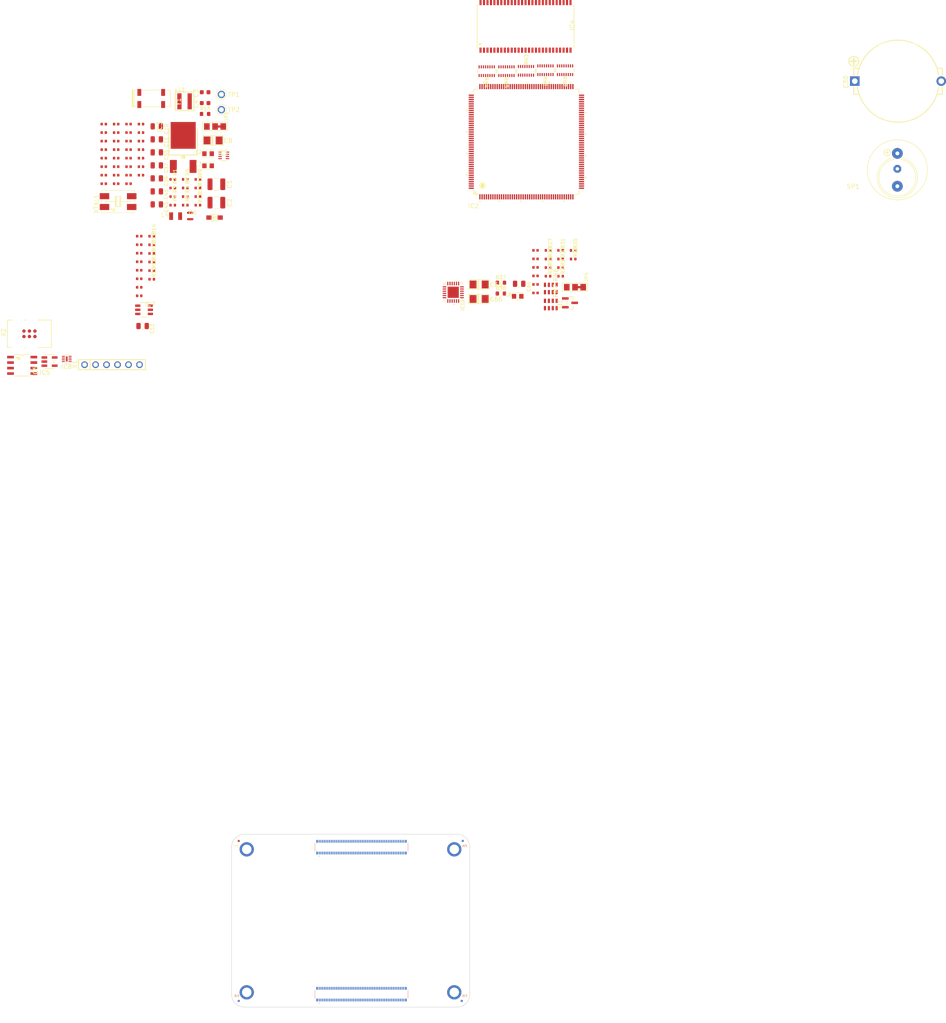
<source format=kicad_pcb>
(kicad_pcb (version 20221018) (generator pcbnew)
  (title_block (title "Envox master MCU module") (date "2023-11-06") (rev "r2B6") (company "Envox International, Inc."))
  (layers (0 "F.Cu" signal) (1 "In1.Cu" power "GND1.Cu") (2 "In2.Cu" signal "In2signal.Cu") (3 "In3.Cu" power "POWER.Cu") (4 "In4.Cu" power "GND2.Cu") (31 "B.Cu" signal) (34 "B.Paste" user) (35 "F.Paste" user) (36 "B.SilkS" user "B.Silkscreen") (37 "F.SilkS" user "F.Silkscreen") (38 "B.Mask" user) (39 "F.Mask" user) (44 "Edge.Cuts" user))
  (net 0 "")
  (net 1 "/STM32H7 MCU/VBAT")
  (net 2 "/STM32H7 MCU/RCC_OSC32_IN")
  (net 3 "/STM32H7 MCU/RCC_OSC32_OUT")
  (net 4 "Net-(IC1-BST)")
  (net 5 "/STM32H7 MCU/SW_OUT")
  (net 6 "Net-(IC1-FB)")
  (net 7 "/STM32H7 MCU/RCC_OSC_IN")
  (net 8 "/STM32H7 MCU/RCC_OSC_OUT")
  (net 9 "/STM32H7 MCU/VDDA")
  (net 10 "/STM32H7 MCU/VREF+")
  (net 11 "/STM32H7 MCU/VDDSMPS")
  (net 12 "/STM32H7 MCU/VDD_SDC")
  (net 13 "/STM32H7 MCU/VLXSMPS")
  (net 14 "Net-(C30-Pad+)")
  (net 15 "Net-(IC12-VDDCR)")
  (net 16 "/SDRAM, JTAG, SD card, EEPROM/DAT0")
  (net 17 "Net-(C64-Pad2)")
  (net 18 "/Ethernet PHY, Audio, DACs/+3V3_LAN")
  (net 19 "/SDRAM, JTAG, SD card, EEPROM/CLK")
  (net 20 "/SDRAM, JTAG, SD card, EEPROM/CMD")
  (net 21 "/Ethernet PHY, Audio, DACs/9")
  (net 23 "Net-(IC12-RBIAS)")
  (net 24 "/Ethernet PHY, Audio, DACs/12")
  (net 25 "/Ethernet PHY, Audio, DACs/2")
  (net 26 "/Ethernet PHY, Audio, DACs/1")
  (net 27 "/Ethernet PHY, Audio, DACs/8")
  (net 28 "/STM32H7 MCU/PDR_ON")
  (net 29 "/STM32H7 MCU/BOOT0")
  (net 30 "Net-(IC1-RT)")
  (net 32 "Net-(IC1-PG)")
  (net 35 "/SDRAM, JTAG, SD card, EEPROM/A10_IN")
  (net 36 "/SDRAM, JTAG, SD card, EEPROM/A0_IN")
  (net 37 "/SDRAM, JTAG, SD card, EEPROM/A1_IN")
  (net 38 "/SDRAM, JTAG, SD card, EEPROM/A2_IN")
  (net 39 "/SDRAM, JTAG, SD card, EEPROM/A3_IN")
  (net 40 "/SDRAM, JTAG, SD card, EEPROM/A4_IN")
  (net 41 "/SDRAM, JTAG, SD card, EEPROM/A5_IN")
  (net 42 "/SDRAM, JTAG, SD card, EEPROM/A6_IN")
  (net 43 "/SDRAM, JTAG, SD card, EEPROM/A7_IN")
  (net 44 "/SDRAM, JTAG, SD card, EEPROM/A8_IN")
  (net 45 "/SDRAM, JTAG, SD card, EEPROM/A9_IN")
  (net 46 "/SDRAM, JTAG, SD card, EEPROM/A11_IN")
  (net 47 "/SDRAM, JTAG, SD card, EEPROM/CAS_IN")
  (net 48 "/SDRAM, JTAG, SD card, EEPROM/RAS_IN")
  (net 50 "GND")
  (net 51 "~{RESET}")
  (net 52 "+5V")
  (net 53 "FMC_SDNRAS")
  (net 54 "FMC_SDNWE")
  (net 55 "ETH_MDIO")
  (net 56 "AUDIO_OUT")
  (net 57 "LTDC_R4")
  (net 58 "LTDC_G2")
  (net 59 "ETH_CRS_DV")
  (net 60 "USB_OTG_HS_D_N")
  (net 61 "USB_OTG_HS_D_P")
  (net 62 "SYS_JTMS-SWDIO")
  (net 63 "SYS_JTCK-SWCLK")
  (net 64 "LTDC_R3")
  (net 65 "LTDC_R6")
  (net 66 "SYS_JTDO-SWO")
  (net 67 "SYS_SCL")
  (net 68 "SYS_SDA")
  (net 69 "ETH_TX_EN")
  (net 70 "ETH_TXD1")
  (net 71 "LTDC_R5")
  (net 72 "ETH_MDC")
  (net 73 "ETH_RXD0")
  (net 74 "ETH_RXD1")
  (net 75 "SDMMC1_D0")
  (net 76 "RCC_MCO_2")
  (net 77 "SDMMC1_CK")
  (net 78 "RS485_TX")
  (net 79 "SDMMC1_CMD")
  (net 80 "FMC_NBL0")
  (net 81 "Net-(IC5-~{RST})")
  (net 82 "FMC_NBL1")
  (net 83 "FMC_A0")
  (net 84 "SD_DETECT")
  (net 85 "LTDC_DE")
  (net 86 "FMC_BA0")
  (net 87 "FMC_BA1")
  (net 88 "LTDC_CLK")
  (net 89 "FMC_SDCLK")
  (net 90 "FMC_SDNCAS")
  (net 91 "/SDRAM, JTAG, SD card, EEPROM/TMS")
  (net 92 "/SDRAM, JTAG, SD card, EEPROM/SWD_NRST")
  (net 93 "FMC_SDCKE0")
  (net 94 "FMC_SDNE0")
  (net 95 "LTDC_G4")
  (net 96 "RS485_RX")
  (net 97 "LTDC_VSYNC")
  (net 98 "LTDC_HSYNC")
  (net 99 "LTDC_G6")
  (net 100 "/SDRAM, JTAG, SD card, EEPROM/TCK")
  (net 101 "/Ethernet PHY, Audio, DACs/7")
  (net 102 "/Ethernet PHY, Audio, DACs/11")
  (net 103 "FMC_A1")
  (net 104 "FMC_A2")
  (net 105 "FMC_A3")
  (net 106 "FMC_A4")
  (net 107 "FMC_A5")
  (net 108 "FMC_A6")
  (net 109 "FMC_A7")
  (net 110 "FMC_A8")
  (net 111 "FMC_A9")
  (net 112 "FMC_A10")
  (net 113 "FMC_A11")
  (net 114 "FMC_D4")
  (net 115 "FMC_D5")
  (net 116 "FMC_D6")
  (net 117 "FMC_D7")
  (net 118 "FMC_D8")
  (net 119 "FMC_D9")
  (net 120 "FMC_D10")
  (net 121 "FMC_D11")
  (net 122 "FMC_D12")
  (net 123 "FMC_D13")
  (net 124 "FMC_D14")
  (net 125 "FMC_D15")
  (net 126 "FMC_D0")
  (net 127 "FMC_D1")
  (net 128 "LTDC_R7")
  (net 129 "LTDC_G5")
  (net 130 "FMC_D2")
  (net 131 "FMC_D3")
  (net 132 "LTDC_G7")
  (net 133 "LTDC_G3")
  (net 134 "LTDC_B3")
  (net 135 "LTDC_B4")
  (net 136 "LTDC_B5")
  (net 137 "LTDC_B6")
  (net 138 "LTDC_B7")
  (net 139 "IRQ_TOUCH")
  (net 140 "/Ethernet PHY, Audio, DACs/ETH_CLK_IN")
  (net 141 "/Ethernet PHY, Audio, DACs/RXD1_IN")
  (net 142 "/Ethernet PHY, Audio, DACs/RXD0_IN")
  (net 143 "/Ethernet PHY, Audio, DACs/CRS_IN")
  (net 144 "Net-(Q1-D)")
  (net 145 "Net-(Q1-G)")
  (net 147 "ETH_REF_CLK")
  (net 148 "WDG")
  (net 149 "RAY_TMP")
  (net 150 "TFT_BRIGHTNESS")
  (net 151 "~{MTR_EN}")
  (net 152 "RS485_TX_EN")
  (net 153 "ETH_TXD0")
  (net 154 "ETH_RX_ERR")
  (net 155 "~{IOEXP_RESET}")
  (net 156 "IOEXP_SPI_CLK")
  (net 157 "IOEXP_SPI_MISO")
  (net 158 "IOEXP_SPI_MOSI")
  (net 159 "IOEXP_GPIO2")
  (net 160 "IOEXP_GPIO1")
  (net 161 "IOEXP_GPIO3")
  (net 162 "SLAVE1_RX")
  (net 163 "IOEXP_I2C1_SCL")
  (net 164 "IOEXP_I2C1_SDA")
  (net 165 "SLAVE4_TX")
  (net 166 "SLAVE4_RX")
  (net 167 "SLAVE2_RX")
  (net 168 "SLAVE3_TX")
  (net 169 "SLAVE3_RX")
  (net 170 "~{MTR_BRK}")
  (net 171 "SLAVE1_TX")
  (net 172 "PANIC_SW")
  (net 173 "SLAVE2_TX")
  (net 174 "SLAVE4_RX_OE")
  (net 175 "SLAVE3_RX_OE")
  (net 176 "SLAVE2_RX_OE")
  (net 177 "SLAVE1_RX_OE")
  (net 178 "TEST_24V_AIN")
  (net 179 "+24V")
  (net 180 "TOP_FAN_PWM")
  (net 181 "BTM_FAN_PWM")
  (net 182 "IOEXP_GPIO0")
  (net 183 "IRQ_IOEXP8")
  (net 184 "IOEXP_I2C2_SCL")
  (net 185 "IOEXP_I2C2_SDA")
  (net 186 "+VDD_MCU")
  (net 187 "/STM32H7 MCU/VSSA")
  (net 188 "/SDRAM, JTAG, SD card, EEPROM/CLK_IN")
  (net 189 "/SDRAM, JTAG, SD card, EEPROM/LDQM_IN")
  (net 190 "/SDRAM, JTAG, SD card, EEPROM/UDQM_IN")
  (net 191 "/SDRAM, JTAG, SD card, EEPROM/DQ0_IN")
  (net 192 "/SDRAM, JTAG, SD card, EEPROM/DQ1_IN")
  (net 193 "/SDRAM, JTAG, SD card, EEPROM/DQ2_IN")
  (net 194 "/SDRAM, JTAG, SD card, EEPROM/DQ3_IN")
  (net 195 "/SDRAM, JTAG, SD card, EEPROM/DQ4_IN")
  (net 196 "/SDRAM, JTAG, SD card, EEPROM/DQ5_IN")
  (net 197 "/SDRAM, JTAG, SD card, EEPROM/DQ6_IN")
  (net 198 "/SDRAM, JTAG, SD card, EEPROM/DQ7_IN")
  (net 199 "/SDRAM, JTAG, SD card, EEPROM/DQ8_IN")
  (net 200 "/SDRAM, JTAG, SD card, EEPROM/DQ9_IN")
  (net 201 "/SDRAM, JTAG, SD card, EEPROM/DQ10_IN")
  (net 202 "/SDRAM, JTAG, SD card, EEPROM/DQ11_IN")
  (net 203 "/SDRAM, JTAG, SD card, EEPROM/DQ12_IN")
  (net 204 "/SDRAM, JTAG, SD card, EEPROM/DQ13_IN")
  (net 205 "/SDRAM, JTAG, SD card, EEPROM/DQ14_IN")
  (net 206 "/SDRAM, JTAG, SD card, EEPROM/DQ15_IN")
  (net 207 "/SDRAM, JTAG, SD card, EEPROM/WE_IN")
  (net 208 "/SDRAM, JTAG, SD card, EEPROM/CS_IN")
  (net 209 "/SDRAM, JTAG, SD card, EEPROM/BA0_IN")
  (net 210 "/SDRAM, JTAG, SD card, EEPROM/BA1_IN")
  (net 211 "/SDRAM, JTAG, SD card, EEPROM/CKE_IN")
  (net 219 "CM4_3.3V")
  (net 220 "HDMI0_TX2_P")
  (net 221 "HDMI0_TX2_N")
  (net 222 "HDMI0_TX1_P")
  (net 223 "HDMI0_TX1_N")
  (net 224 "HDMI0_TX0_P")
  (net 225 "HDMI0_TX0_N")
  (net 226 "HDMI0_CLK_P")
  (net 227 "HDMI0_CLK_N")
  (net 228 "CM4_1.8V")
  (net 229 "USB_N")
  (net 230 "USB_P")
  (net 231 "HDMI1_HOTPLUG")
  (net 232 "HDMI1_SDA")
  (net 233 "HDMI1_TX2_P")
  (net 234 "HDMI1_SCL")
  (net 235 "HDMI1_TX2_N")
  (net 236 "HDMI1_CEC")
  (net 237 "HDMI1_TX1_P")
  (net 238 "HDMI1_TX1_N")
  (net 239 "HDMI1_TX0_P")
  (net 240 "HDMI1_TX0_N")
  (net 241 "HDMI1_CLK_P")
  (net 242 "HDMI1_CLK_N")
  (net 243 "HDMI0_CEC")
  (net 244 "HDMI0_HOTPLUG")
  (net 245 "HDMI0_SDA")
  (net 246 "HDMI0_SCL")
  (net 247 "PCIe_CLK_P")
  (net 248 "PCIe_CLK_N")
  (net 249 "PCIe_RX_P")
  (net 250 "PCIe_RX_N")
  (net 251 "PCIe_TX_P")
  (net 252 "PCIe_TX_N")
  (net 253 "GPIO12")
  (net 254 "GPIO16")
  (net 255 "GPIO20")
  (net 256 "GPIO21")
  (net 257 "PCIe_CLK_nREQ")
  (net 258 "PCIe_nRST")
  (net 259 "CAM0_D0_N")
  (net 260 "CAM0_D0_P")
  (net 261 "CAM0_D1_N")
  (net 262 "CAM0_D1_P")
  (net 263 "CAM0_C_N")
  (net 264 "CAM0_C_P")
  (net 265 "DSI0_D0_N")
  (net 266 "DSI0_D0_P")
  (net 267 "DSI0_D1_N")
  (net 268 "DSI0_D1_P")
  (net 269 "DSI0_C_N")
  (net 270 "DSI0_C_P")
  (net 271 "SD_PWR_ON")
  (net 272 "GPIO9")
  (net 273 "ETH_0P")
  (net 274 "ETH_2P")
  (net 275 "ETH_0N")
  (net 276 "ETH_2N")
  (net 277 "ETH_1N")
  (net 278 "ETH_3N")
  (net 279 "ETH_1P")
  (net 280 "ETH_3P")
  (net 281 "GPIO2")
  (net 282 "GPIO3")
  (net 283 "GPIO14")
  (net 284 "GPIO4")
  (net 285 "GPIO15")
  (net 286 "GPIO18")
  (net 287 "GPIO23")
  (net 288 "GPIO24")
  (net 289 "GPIO25")
  (net 290 "GPIO8")
  (net 291 "GPIO7")
  (net 292 "GPIO6")
  (net 293 "GPIO13")
  (net 294 "GPIO19")
  (net 295 "GPIO26")
  (net 296 "DSI1_D0_N")
  (net 297 "DSI1_D0_P")
  (net 298 "DSI1_D1_N")
  (net 299 "DSI1_D1_P")
  (net 300 "DSI1_C_N")
  (net 301 "DSI1_C_P")
  (net 302 "DSI1_D2_N")
  (net 303 "DSI1_D3_N")
  (net 304 "DSI1_D2_P")
  (net 305 "DSI1_D3_P")
  (net 306 "GPIO27")
  (net 307 "CAM1_D0_N")
  (net 308 "CAM1_D0_P")
  (net 309 "CAM1_D1_N")
  (net 310 "CAM1_D1_P")
  (net 311 "CAM1_C_N")
  (net 312 "CAM1_C_P")
  (net 313 "Camera_GPIO")
  (net 314 "SDA0")
  (net 315 "SCL0")
  (net 316 "GPIO17")
  (net 317 "GPIO22")
  (net 318 "GPIO10")
  (net 319 "GPIO11")
  (net 320 "ID_SD")
  (net 321 "ID_SC")
  (net 322 "GPIO5")
  (net 323 "ETH_nLED1")
  (net 324 "ETH_nLED2")
  (net 325 "US2_ID")
  (footprint "Library:C_0402_1005Metric" (layer "F.Cu") (at 82.35 110.153199)
    (fp_text reference "C52" hide)
    (fp_text value "100n")
  )
  (footprint "Library:R_0402_1005Metric" (layer "F.Cu") (at 85.24 102.343199)
    (fp_text reference "R17")
    (fp_text value "2K21")
  )
  (footprint "Library:RES_YC248_4X1P6_YAG-M" (layer "F.Cu") (at 176.300001 57.9733 -90)
    (fp_text reference "RN1")
    (fp_text value "YC248-JR-0733RL")
  )
  (footprint "Library:C_0603_1608Metric" (layer "F.Cu") (at 97.59 63.063199)
    (fp_text reference "C3")
    (fp_text value "100n/50V")
  )
  (footprint "Library:C_0402_1005Metric" (layer "F.Cu") (at 82.76 82.253199)
    (fp_text reference "C44" hide)
    (fp_text value "100n")
  )
  (footprint "Library:R_0402_1005Metric" (layer "F.Cu") (at 95.92 85.213199)
    (fp_text reference "R10")
    (fp_text value "1K5")
  )
  (footprint "Library:SOD323-R" (layer "F.Cu") (at 99.775 92.054399)
    (fp_text reference "D1")
    (fp_text value "RB751V40T1G")
  )
  (footprint "Library:BEAD0603" (layer "F.Cu") (at 98.2775 80.078199)
    (fp_text reference "L3")
    (fp_text value "FBMJ1608HM180NTR")
  )
  (footprint "Library:C_0402_1005Metric" (layer "F.Cu") (at 79.89 84.223199)
    (fp_text reference "C32" hide)
    (fp_text value "100n")
  )
  (footprint "Library:JP3-0805-CUT2" (layer "F.Cu") (at 99.8922 70.994699)
    (fp_text reference "JP1")
    (fp_text value "JP3-CUT-0805-ROTATED" hide)
  )
  (footprint "Library:C_0805_2012Metric" (layer "F.Cu") (at 86.42 79.983199)
    (fp_text reference "C37")
    (fp_text value "10u")
  )
  (footprint "Library:C_0805_2012Metric" (layer "F.Cu") (at 86.42 73.963199)
    (fp_text reference "C11")
    (fp_text value "10u")
  )
  (footprint "Library:RES_YC248_4X1P6_YAG-M" (layer "F.Cu") (at 162.720001 58.1966 -90)
    (fp_text reference "RN4")
    (fp_text value "YC248-JR-0733RL")
  )
  (footprint "Library:0806" (layer "F.Cu") (at 90.7706 91.729599)
    (fp_text reference "L4")
    (fp_text value "LQM2MPN2R2NG0")
  )
  (footprint "Library:TC2030" (layer "F.Cu") (at 56.9612 118.941999)
    (fp_text reference "X2")
    (fp_text value "TC2030-IDC")
  )
  (footprint "Library:C_0402_1005Metric" (layer "F.Cu") (at 79.89 82.253199)
    (fp_text reference "C31" hide)
    (fp_text value "100n")
  )
  (footprint "Library:C_0402_1005Metric" (layer "F.Cu") (at 74.15 72.403199)
    (fp_text reference "C6" hide)
    (fp_text value "4p7")
  )
  (footprint "Library:C_0402_1005Metric" (layer "F.Cu") (at 74.15 76.343199)
    (fp_text reference "C9" hide)
    (fp_text value "100n")
  )
  (footprint "Fiducial:Fiducial_0.5mm_Mask1mm" (layer "F.Cu") (at 105.37 273.25)
    (fp_text reference "FI2")
    (fp_text value "Fi")
  )
  (footprint "Library:C_0805_2012Metric" (layer "F.Cu") (at 86.42 70.953199)
    (fp_text reference "C10")
    (fp_text value "10u")
  )
  (footprint "Library:TSOP-6_1P50X3_ONS-M" (layer "F.Cu") (at 83.4738 113.390799)
    (fp_text reference "IC7")
    (fp_text value "SZNUP4114HMR6T1G")
  )
  (footprint "Library:R_0402_1005Metric" (layer "F.Cu") (at 95.92 83.223199)
    (fp_text reference "R9")
    (fp_text value "10K")
  )
  (footprint "Library:R_0402_1005Metric" (layer "F.Cu") (at 179.81 105.62)
    (fp_text reference "R34")
    (fp_text value "49R9")
  )
  (footprint "Library:SSW-106-02-S-S" (layer "F.Cu") (at 76.0656 126.094799)
    (fp_text reference "X1")
    (fp_text value "SSW-106-02-S-S")
  )
  (footprint "Library:R_0402_1005Metric" (layer "F.Cu") (at 95.92 89.193199)
    (fp_text reference "R12")
    (fp_text value "180R")
  )
  (footprint "Library:R_0402_1005Metric" (layer "F.Cu") (at 85.24 98.363199)
    (fp_text reference "R15")
    (fp_text value "22R")
  )
  (footprint "Library:R_0402_1005Metric" (layer "F.Cu") (at 182.72 101.64)
    (fp_text reference "R36")
    (fp_text value "49R9")
  )
  (footprint "Library:C_0402_1005Metric" (layer "F.Cu") (at 82.35 100.303199)
    (fp_text reference "C47" hide)
    (fp_text value "100n")
  )
  (footprint "Fiducial:Fiducial_0.5mm_Mask1mm" (layer "F.Cu") (at 156.95 273.25)
    (fp_text reference "FI3")
    (fp_text value "Fi")
  )
  (footprint "Library:WE-MAIA_4020" (layer "F.Cu") (at 92.835 65.164525)
    (fp_text reference "L1")
    (fp_text value "78438356018")
  )
  (footprint "Library:C_0805_2012Metric" (layer "F.Cu") (at 86.42 86.003199)
    (fp_text reference "C41")
    (fp_text value "4u7")
  )
  (footprint "Library:R_0402_1005Metric" (layer "F.Cu") (at 179.81 99.65)
    (fp_text reference "R31")
    (fp_text value "10K")
  )
  (footprint "Library:PCB_SHIELD_TAB" (layer "F.Cu") (at 101.3585 67.098699)
    (fp_text reference "TP2")
    (fp_text value "~")
  )
  (footprint "Library:R_0603_1608Metric" (layer "F.Cu") (at 97.59 68.083199)
    (fp_text reference "R13")
    (fp_text value "47R")
  )
  (footprint "Library:C_1210_3225Metric" (layer "F.Cu") (at 100.2 88.603199)
    (fp_text reference "C2")
    (fp_text value "CL32B106KBJNNNE")
  )
  (footprint "Library:C_0402_1005Metric" (layer "F.Cu") (at 79.89 74.373199)
    (fp_text reference "C26" hide)
    (fp_text value "100n")
  )
  (footprint "Library:85SMX" (layer "F.Cu") (at 85.1285 64.508199)
    (fp_text reference "Y1")
    (fp_text value "XTAL016178-85SMX")
  )
  (footprint "Library:EC1206" (layer "F.Cu") (at 160.9615 107.5385)
    (fp_text reference "C65")
    (fp_text value "10u")
  )
  (footprint "Library:R_0402_1005Metric" (layer "F.Cu") (at 176.9 105.62)
    (fp_text reference "R30")
    (fp_text value "100R")
  )
  (footprint "Library:C_0402_1005Metric" (layer "F.Cu") (at 74.15 70.433199)
    (fp_text reference "C5" hide)
    (fp_text value "4p7")
  )
  (footprint "Library:C_0402_1005Metric" (layer "F.Cu") (at 174.01 105.55)
    (fp_text reference "C63" hide)
    (fp_text value "100n")
  )
  (footprint "Library:RES_YC248_4X1P6_YAG-M" (layer "F.Cu") (at 180.840001 57.9733 -90)
    (fp_text reference "RN2")
    (fp_text value "YC248-JR-0733RL")
  )
  (footprint "Library:C_0402_1005Metric" (layer "F.Cu") (at 174.01 107.52)
    (fp_text reference "C67" hide)
    (fp_text value "100n")
  )
  (footprint "Mounting_Holes:MountingHole_3.2mm_M3_ISO14580_Pad" (layer "F.Cu") (at 155.22 238.195 180)
    (fp_text reference "H3" hide)
    (fp_text value "HOLE" hide)
  )
  (footprint "Library:R_0402_1005Metric" (layer "F.Cu") (at 93.01 89.193199)
    (fp_text reference "R8")
    (fp_text value "52K3")
  )
  (footprint "Library:C_0402_1005Metric" (layer "F.Cu") (at 82.35 98.333199)
    (fp_text reference "C46" hide)
    (fp_text value "100n")
  )
  (footprint "Library:NetTie-2_SMD_Pad0.5mm" (layer "F.Cu") (at 94.145 90.938199)
    (fp_text reference "NT1" hide)
    (fp_text value "NetTie_2" hide)
  )
  (footprint "Library:C_0402_1005Metric" (layer "F.Cu") (at 77.02 80.283199)
    (fp_text reference "C21" hide)
    (fp_text value "4p7")
  )
  (footprint "Library:C_0402_1005Metric" (layer "F.Cu") (at 82.76 78.313199)
    (fp_text reference "C40" hide)
    (fp_text value "220p")
  )
  (footprint "Library:C_0402_1005Metric" (layer "F.Cu") (at 82.35 106.213199)
    (fp_text reference "C50" hide)
    (fp_text value "100n")
  )
  (footprint "Library:R_0603_1608Metric" (layer "F.Cu") (at 166 107.12)
    (fp_text reference "R37")
    (fp_text value "270R")
  )
  (footprint "Library:R_0402_1005Metric" (layer "F.Cu") (at 90.1 85.213199)
    (fp_text reference "R2")
    (fp_text value "1K5")
  )
  (footprint "Library:C_0402_1005Metric" (layer "F.Cu") (at 77.02 84.223199)
    (fp_text reference "C23" hide)
    (fp_text value "100n")
  )
  (footprint "Library:C_0402_1005Metric" (layer "F.Cu") (at 77.02 78.313199)
    (fp_text reference "C20" hide)
    (fp_text value "100n")
  )
  (footprint "Library:R_0402_1005Metric" (layer "F.Cu") (at 90.1 89.193199)
    (fp_text reference "R4")
    (fp_text value "1K5")
  )
  (footprint "Library:C_0402_1005Metric" (layer "F.Cu") (at 79.89 78.313199)
    (fp_text reference "C28" hide)
    (fp_text value "100n")
  )
  (footprint "Library:C_0402_1005Metric" (layer "F.Cu") (at 82.35 96.363199)
    (fp_text reference "C45" hide)
    (fp_text value "100n")
  )
  (footprint "Fiducial:Fiducial_0.5mm_Mask1mm" (layer "F.Cu") (at 105.36 236.26)
    (fp_text reference "FI1")
    (fp_text value "Fi")
  )
  (footprint "Library:R_0402_1005Metric" (layer "F.Cu") (at 176.9 99.65)
    (fp_text reference "R27")
    (fp_text value "100R")
  )
  (footprint "Library:CE5R5105HF-ZJ" (layer "F.Cu") (at 257.85 60.5)
    (fp_text reference "C30")
    (fp_text value "CE5R5105HF-ZJ (1F)")
  )
  (footprint "Library:12SMX(B)" (layer "F.Cu") (at 77.465 88.358199)
    (fp_text reference "XTAL1")
    (fp_text value "LF XTAL026392")
  )
  (footprint "Library:EC1206" (layer "F.Cu") (at 99.4315 74.211699)
    (fp_text reference "C8")
    (fp_text value "10u")
  )
  (footprint "Library:C_0402_1005Metric" (layer "F.Cu") (at 174.01 99.64)
    (fp_text reference "C60" hide)
    (fp_text value "470p")
  )
  (footprint "Library:R_0402_1005Metric" (layer "F.Cu") (at 90.1 83.223199)
    (fp_text reference "R1")
    (fp_text value "1K5")
  )
  (footprint "Library:DPACK" (layer "F.Cu") (at 92.5236 75.428199)
    (fp_text reference "IC3")
    (fp_text value "LD1117ADT33TR")
  )
  (footprint "Library:C_0402_1005Metric" (layer "F.Cu") (at 74.15 74.373199)
    (fp_text reference "C7" hide)
    (fp_text value "47p")
  )
  (footprint "Library:C_0402_1005Metric" (layer "F.Cu") (at 77.02 76.343199)
    (fp_text reference "C19" hide)
    (fp_text value "100n")
  )
  (footprint "Library:C_0402_1005Metric" (layer "F.Cu") (at 82.76 72.403199)
    (fp_text reference "C34" hide)
    (fp_text value "100n")
  )
  (footprint "Library:QFN8_SOT1166-1_NEX-M" (layer "F.Cu") (at 65.5853 124.760399)
    (fp_text reference "IC8")
    (fp_text value "IP4252CZ8-4-TTL,13")
  )
  (footprint "Library:NetTie-2_SMD_Pad0.5mm" (layer "F.Cu") (at 94.145 92.438199)
    (fp_text reference "NT2" hide)
    (fp_text value "NetTie_2" hide)
  )
  (footprint "Library:C_0402_1005Metric" (layer "F.Cu") (at 79.89 72.403199)
    (fp_text reference "C25" hide)
    (fp_text value "100n")
  )
  (footprint "Library:R_0402_1005Metric" (layer "F.Cu") (at 85.24 106.323199)
    (fp_text reference "R19")
    (fp_text value "47K")
  )
  (footprint "Library:C_0402_1005Metric" (layer "F.Cu") (at 74.15 84.223199)
    (fp_text reference "C15" hide)
    (fp_text value "100n")
  )
  (footprint "Library:SOT103P240X110-3N" (layer "F.Cu") (at 181.9865 111.7798)
    (fp_text reference "Q1")
    (fp_text value "2N7002")
  )
  (footprint "Library:R_0402_1005Metric" (layer "F.Cu") (at 93.01 87.203199)
    (fp_text reference "R7")
    (fp_text value "1K5")
  )
  (footprint "Library:C_0402_1005Metric" (layer "F.Cu") (at 82.76 70.433199)
    (fp_text reference "C33" hide)
    (fp_text value "1u")
  )
  (footprint "Library:R_0402_1005Metric" (layer "F.Cu") (at 85.24 104.333199)
    (fp_text reference "R18")
    (fp_text value "47K")
  )
  (footprint "Library:C_0402_1005Metric" (layer "F.Cu") (at 77.02 70.433199)
    (fp_text reference "C16" hide)
    (fp_text value "100n")
  )
  (footprint "Library:C_0402_1005Metric" (layer "F.Cu") (at 174.01 109.49)
    (fp_text reference "C68" hide)
    (fp_text value "100n")
  )
  (footprint "Library:C_0402_1005Metric" (layer "F.Cu") (at 174.01 101.61)
    (fp_text reference "C61" hide)
    (fp_text value "1u")
  )
  (footprint "Library:PCB_SHIELD_TAB" (layer "F.Cu") (at 101.3585 63.571699)
    (fp_text reference "TP1")
    (fp_text value "~")
  )
  (footprint "Library:C_0805_2012Metric" (layer "F.Cu") (at 83.14 117.143199)
    (fp_text reference "C53")
    (fp_text value "10u")
  )
  (footprint "Library:C_0805_2012Metric" (layer "F.Cu") (at 86.42 76.973199)
    (fp_text reference "C35")
    (fp_text value "10u")
  )
  (footprint "Library:TSOPII-54" (layer "F.Cu") (at 171.7 47.8322 90)
    (fp_text reference "IC4")
    (fp_text value "IS42S16400J")
  )
  (footprint "Library:CAY16" (layer "F.Cu") (at 177.5458 112.165)
    (fp_text reference "RN7")
    (fp_text value "DR1206-10K-4/8")
  )
  (footprint "Library:R_0402_1005Metric" (layer "F.Cu") (at 182.72 99.65)
    (fp_text reference "R35")
    (fp_text value "49R9")
  )
  (footprint "Library:JP3-0805-CUT2" (layer "F.Cu") (at 183.1422 108.1615)
    (fp_text reference "JP4")
    (fp_text value "JP3-CUT-0805-ROTATED" hide)
  )
  (footprint "Library:R_0402_1005Metric" (layer "F.Cu") (at 95.92 87.203199)
    (fp_text reference "R11")
    (fp_text value "10K")
  )
  (footprint "Library:C_0402_1005Metric" (layer "F.Cu") (at 77.02 74.373199)
    (fp_text reference "C18" hide)
    (fp_text value "100n")
  )
  (footprint "Library:C_0402_1005Metric" (layer "F.Cu") (at 77.02 72.403199)
    (fp_text reference "C17" hide)
    (fp_text value "100n")
  )
  (footprint "Library:SOT23-5L_STM" (layer "F.Cu") (at 61.6092 125.369999)
    (fp_text reference "IC5")
    (fp_text value "STM6824TWY6F")
  )
  (footprint "Library:BEAD0603" (layer "F.Cu") (at 98.2775 77.278199)
    (fp_text reference "L2")
    (fp_text value "BLM18AG102SH1D")
  )
  (footprint "Library:C_0805_2012Metric" (layer "F.Cu") (at 86.42 89.013199)
    (fp_text reference "C43")
    (fp_text value "4u7")
  )
  (footprint "Library:DRL0008A" (layer "F.Cu") (at 101.9123 77.673599)
    (fp_text reference "IC1")
    (fp_text value "TPS62933ODRLR")
  )
  (footprint "Library:R_0402_1005Metric" (layer "F.Cu") (at 93.01 83.223199)
    (fp_text reference "R5")
    (fp_text value "47K")
  )
  (footprint "Library:C_0402_1005Metric" (layer "F.Cu") (at 74.15 78.313199)
    (fp_text reference "C12" hide)
    (fp_text value "100n")
  )
  (footprint "Library:C_0402_1005Metric" (layer "F.Cu") (at 82.35 104.243199)
    (fp_text reference "C49" hide)
    (fp_text value "100n")
  )
  (footprint "Library:SOIC127P600X173-8N" (layer "F.Cu") (at 55.28 126.233599)
    (fp_text reference "IC6")
    (fp_text value "M24256-BWMN6TP")
  )
  (footprint "Mounting_Holes:MountingHole_3.2mm_M3_ISO14580_Pad" (layer "F.Cu") (at 107.219999 271.273599 180)
    (fp_text reference "H2" hide)
    (fp_text value "HOLE" hide)
  )
  (footprint "Library:R_0402_1005Metric" (layer "F.Cu") (at 85.24 100.353199)
    (fp_text reference "R16")
    (fp_text value "22R")
  )
  (footprint "Library:C_1210_3225Metric" (layer "F.Cu") (at 100.2 84.353199)
    (fp_text reference "C1")
    (fp_text value "CL32B106KBJNNNE")
  )
  (footprint "Library:R_0402_1005Metric" (layer "F.Cu") (at 93.01 85.213199)
    (fp_text reference "R6")
    (fp_text value "10K")
  )
  (footprint "Library:BEAD0603" (layer "F.Cu") (at 169.8875 110.275)
    (fp_text reference "L6")
    (fp_text value "BLM18AG102SH1D")
  )
  (footprint "Library:C_0402_1005Metric" (layer "F.Cu") (at 74.15 82.253199)
    (fp_text reference "C14" hide)
    (fp_text value "100n")
  )
  (footprint "Library:R_0402_1005Metric" (layer "F.Cu") (at 90.1 87.203199)
    (fp_text reference "R3")
    (fp_text value "1K5")
  )
  (footprint "Library:R_0603_1608Metric" (layer "F.Cu") (at 166 109.63)
    (fp_text reference "R38")
    (fp_text value "270R")
  )
  (footprint "Library:R_0402_1005Metric" (layer "F.Cu") (at 179.81 101.64)
    (fp_text reference "R32")
    (fp_text value "10K")
  )
  (footprint "Mounting_Holes:MountingHole_3.2mm_M3_ISO14580_Pad" (layer "F.Cu") (at 155.22 271.27 180)
    (fp_text reference "H1" hide)
    (fp_text value "HOLE" hide)
  )
  (footprint "Library:R_0402_1005Metric" (layer "F.Cu") (at 85.24 96.373199)
    (fp_text reference "R14")
    (fp_text value "22R")
  )
  (footprint "Library:C_0402_1005Metric" (layer "F.Cu") (at 174.01 103.58)
    (fp_text reference "C62" hide)
    (fp_text value "100n")
  )
  (footprint "Library:C_0402_1005Metric" (layer "F.Cu") (at 79.89 76.343199)
    (fp_text reference "C27" hide)
    (fp_text value "100n")
  )
  (footprint "Library:C_0402_1005Metric" (layer "F.Cu") (at 82.35 108.183199)
    (fp_text reference "C51" hide)
    (fp_text value "100n")
  )
  (footprint "Library:EC1206" (layer "F.Cu") (at 160.9615 110.8855)
    (fp_text reference "C66")
    (fp_text value "10u")
  )
  (footprint "Library:C_0402_1005Metric" (layer "F.Cu") (at 74.15 80.283199)
    (fp_text reference "C13" hide)
    (fp_text value "100n")
  )
  (footprint "Library:CPI-137-24T_COMBO" (layer "F.Cu") (at 257.7 81.01)
    (fp_text reference "SP1")
    (fp_text value "CPI-137-24T")
  )
  (footprint "Library:C_0805_2012Metric" (layer "F.Cu") (at 170.23 107.37)
    (fp_text reference "C64")
    (fp_text value "4u7/35V")
  )
  (footprint "Library:CAY16" (layer "F.Cu") (at 177.5458 108.465)
    (fp_text reference "RN6")
    (fp_text value "DR1206-33R-4/8")
  )
  (footprint "Library:R_0402_1005Metric" (layer "F.Cu") (at 179.81 103.63)
    (fp_text reference "R33")
    (fp_text value "49R9")
  )
  (footprint "Library:R_0402_1005Metric" (layer "F.Cu") (at 176.9 101.64)
    (fp_text reference "R28")
    (fp_text value "1K5")
  )
  (footprint "Library:C_0402_1005Metric" (layer "F.Cu") (at 79.89 70.433199)
    (fp_text reference "C24" hide)
    (fp_text value "100n")
  )
  (footprint "Library:C_0402_1005Metric" (layer "F.Cu") (at 82.76 80.283199)
    (fp_text reference "C42" hide)
    (fp_text value "1u")
  )
  (footprint "Library:C_0805_2012Metric" (layer "F.Cu") (at 86.42 82.993199)
    (fp_text reference "C39")
    (fp_text value "10u")
  )
  (footprint "Mounting_Holes:MountingHole_3.2mm_M3_ISO14580_Pad" (layer "F.Cu") (at 107.22 238.194999 180)
    (fp_text reference "H4" hide)
    (fp_text value "HOLE" hide)
  )
  (footprint "Library:C_0402_1005Metric" (layer "F.Cu") (at 79.89 80.283199)
    (fp_text reference "C29" hide)
    (fp_text value "100n")
  )
  (footprint "Library:SQFN24_4X4MC_MCH-M" (layer "F.Cu") (at 154.9761 109.3368)
    (fp_text reference "IC12")
    (fp_text value "LAN8742A-CZ-TR")
  )
  (footprint "Library:C_0402_1005Metric" (layer "F.Cu") (at 82.76 74.373199)
    (fp_text reference "C36" hide)
    (fp_text value "100n")
  )
  (footprint "Library:C_0603_1608Metric" (layer "F.Cu") (at 97.59 65.573199)
    (fp_text reference "C4")
    (fp_text value "100n/50V")
  )
  (footprint "Library:RES_YC248_4X1P6_YAG-M" (layer "F.Cu") (at 171.800001 58.1133 90)
    (fp_text reference "RN3")
    (fp_text value "YC248-JR-0733RL")
  )
  (footprint "Library:C_0402_1005Metric" (layer "F.Cu") (at 82.35 102.273199)
    (fp_text reference "C48" hide)
    (fp_text value "100n")
  )
  (footprint "Library:R_0402_1005Metric" (layer "F.Cu") (at 176.9 103.63)
    (fp_text reference "R29")
    (fp_text value "12K1 1%")
  )
  (footprint "Library:C_0402_1005Metric" (layer "F.Cu") (at 82.76 76.343199)
    (fp_text reference "C38" hide)
    (fp_text value "100n")
  )
  (footprint "Library:LQFP176-24X24MM" (layer "F.Cu") (at 171.9 74.51 90)
    (fp_text reference "IC2")
    (fp_text value "STM32H745IIT6 ")
  )
  (footprint "Library:C_0402_1005Metric" (layer "F.Cu") (at 77.02 82.253199)
    (fp_text reference "C22" hide)
    (fp_text value "4p7")
  )
  (footprint "Library:RES_YC248_4X1P6_YAG-M" (layer "F.Cu") (at 167.290002 58.1899 -90)
    (fp_text reference "RN5")
    (fp_text value "YC248-JR-0733RL")
  )
  (footprint "Fiducial:Fiducial_0.5mm_Mask1mm" (layer "B.Cu") (at 156.95 273.25)
    (fp_text reference "FI5")
    (fp_text value "Fi")
  )
  (footprint "connectors:HRS_DF40C-100DP-0.4V(51)" (layer "B.Cu") (at 133.758 271.695)
    (fp_text reference "J1")
    (fp_text value "DF40C-100DP-0.4V(51)")
  )
  (footprint "Fiducial:Fiducial_0.5mm_Mask1mm" (layer "B.Cu") (at 105.37 273.26)
    (fp_text reference "FI6")
    (fp_text value "Fi")
  )
  (footprint "connectors:HRS_DF40C-100DP-0.4V(51)" (layer "B.Cu") (at 133.758 237.695)
    (fp_text reference "J2")
    (fp_text value "DF40C-100DP-0.4V(51)")
  )
  (footprint "Fiducial:Fiducial_0.5mm_Mask1mm" (layer "B.Cu") (at 157.18 236.25)
    (fp_text reference "FI4")
    (fp_text value "Fi")
  )
  (gr_arc (start 158.809999 271.694994) (mid 157.931321 273.816317) (end 155.809999 274.694998) (stroke (width 0.1)) (layer "Edge.Cuts"))
  (gr_line (start 106.699999 274.694998) (end 155.809999 274.694998) (stroke (width 0.1)) (layer "Edge.Cuts"))
  (gr_arc (start 106.699999 274.694998) (mid 104.578679 273.816319) (end 103.7 271.694999) (stroke (width 0.1)) (layer "Edge.Cuts"))
  (gr_line (start 158.809999 271.694994) (end 158.81 237.695) (stroke (width 0.1)) (layer "Edge.Cuts"))
  (gr_arc (start 155.809986 234.695) (mid 157.931314 235.573675) (end 158.81 237.695) (stroke (width 0.1)) (layer "Edge.Cuts"))
  (gr_line (start 103.7 271.694999) (end 103.7 237.695) (stroke (width 0.1)) (layer "Edge.Cuts"))
  (gr_arc (start 103.7 237.695) (mid 104.578679 235.573679) (end 106.7 234.694992) (stroke (width 0.1)) (layer "Edge.Cuts"))
  (gr_line (start 106.7 234.694992) (end 155.809986 234.695) (stroke (width 0.1)) (layer "Edge.Cuts"))
)
</source>
